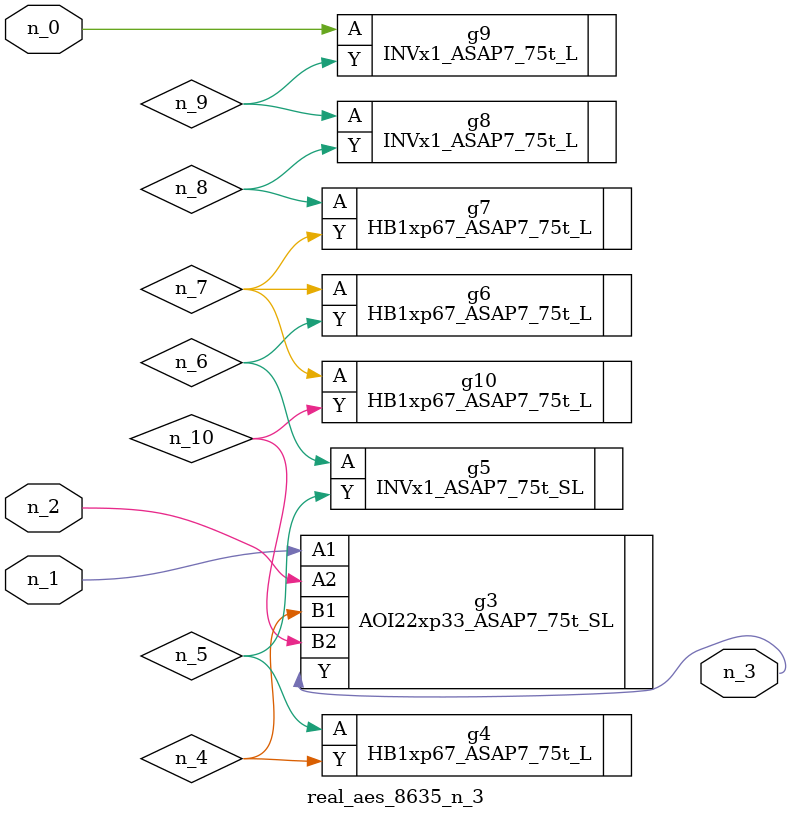
<source format=v>
module real_aes_8635_n_3 (n_0, n_2, n_1, n_3);
input n_0;
input n_2;
input n_1;
output n_3;
wire n_4;
wire n_5;
wire n_7;
wire n_8;
wire n_6;
wire n_9;
wire n_10;
INVx1_ASAP7_75t_L g9 ( .A(n_0), .Y(n_9) );
AOI22xp33_ASAP7_75t_SL g3 ( .A1(n_1), .A2(n_2), .B1(n_4), .B2(n_10), .Y(n_3) );
HB1xp67_ASAP7_75t_L g4 ( .A(n_5), .Y(n_4) );
INVx1_ASAP7_75t_SL g5 ( .A(n_6), .Y(n_5) );
HB1xp67_ASAP7_75t_L g6 ( .A(n_7), .Y(n_6) );
HB1xp67_ASAP7_75t_L g10 ( .A(n_7), .Y(n_10) );
HB1xp67_ASAP7_75t_L g7 ( .A(n_8), .Y(n_7) );
INVx1_ASAP7_75t_L g8 ( .A(n_9), .Y(n_8) );
endmodule
</source>
